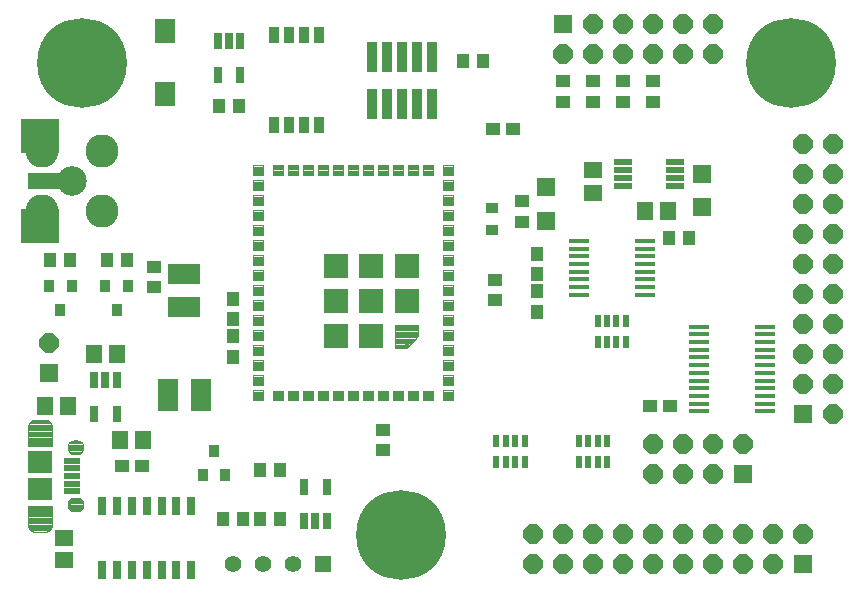
<source format=gts>
G04 Output by ViewMate Deluxe V11.12.18  PentaLogix*
G04 Wed Mar 06 15:41:31 2019*
%IPPOS*%
%FSLAX25Y25*%
%MOIN*%
%ADD21R,0.00794X0.01581*%
%ADD22R,0.05715X0.01975*%
%ADD23R,0.0788X0.07487*%
%ADD24R,0.0555X0.0555*%
%ADD25C,0.0555*%
%ADD26C,0.1103*%
%ADD27C,0.09849*%
%ADD28R,0.12874X0.11575*%
%ADD29R,0.15118X0.05512*%
%ADD30R,0.064X0.064*%
G04:---LTIenv:A031:16,0.064,0.0 *
%ADD31P,0.069273X8X22.5*%
%ADD32R,0.0355X0.03943*%
%ADD33R,0.02073X0.04337*%
%ADD34R,0.03392X0.054*%
%ADD35R,0.06699X0.08274*%
%ADD36C,0.00359*%
%ADD37R,0.07874X0.07874*%
%ADD38C,0.01581*%
%ADD39R,0.02565X0.05518*%
%ADD40R,0.02762X0.06306*%
%ADD41R,0.06699X0.01778*%
%ADD42R,0.06109X0.02172*%
%ADD43R,0.06699X0.01581*%
%ADD44C,0.29928*%
%ADD100R,0.0434X0.0473*%
%ADD101R,0.05518X0.06306*%
%ADD102R,0.05912X0.06306*%
%ADD103R,0.04731X0.04337*%
%ADD104R,0.1103X0.06699*%
%ADD105R,0.06699X0.1103*%
%ADD106R,0.06306X0.05518*%
%ADD107R,0.04337X0.0355*%
%ADD108R,0.03353X0.10243*%
%ADD109C,0.00543*%
%ADD110C,0.00394*%

%LPD*%
X0Y0D2*D36*G1X104828Y140151D2*X101598D1*Y139793D2*X104828D1*Y139435D2*X101598D1*Y139077D2*X104828D1*Y138719D2*X101598D1*Y138361D2*X104828D1*Y138003D2*X101598D1*Y137645D2*X104828D1*Y137287D2*X101598D1*X104828Y136929D2*Y140159D1*X101598*Y136929*X104828*Y135151D2*X101598D1*Y134793D2*X104828D1*Y134435D2*X101598D1*Y134077D2*X104828D1*Y133719D2*X101598D1*Y133361D2*X104828D1*Y133003D2*X101598D1*Y132645D2*X104828D1*Y132287D2*X101598D1*X104828Y131929D2*Y135159D1*X101598*Y131929*X104828*Y130151D2*X101598D1*Y129793D2*X104828D1*Y129435D2*X101598D1*Y129077D2*X104828D1*Y128719D2*X101598D1*Y128361D2*X104828D1*Y128003D2*X101598D1*Y127645D2*X104828D1*Y127287D2*X101598D1*X104828Y126929D2*Y130159D1*X101598*Y126929*X104828*Y125151D2*X101598D1*Y124793D2*X104828D1*Y124435D2*X101598D1*Y124077D2*X104828D1*Y123719D2*X101598D1*Y123361D2*X104828D1*Y123003D2*X101598D1*Y122645D2*X104828D1*Y122287D2*X101598D1*X104828Y121929D2*Y125159D1*X101598*Y121929*X104828*Y120151D2*X101598D1*Y119793D2*X104828D1*Y119435D2*X101598D1*Y119077D2*X104828D1*Y118719D2*X101598D1*Y118361D2*X104828D1*Y118003D2*X101598D1*Y117645D2*X104828D1*Y117287D2*X101598D1*X104828Y116929D2*Y120159D1*X101598*Y116929*X104828*Y115151D2*X101598D1*Y114793D2*X104828D1*Y114435D2*X101598D1*Y114077D2*X104828D1*Y113719D2*X101598D1*Y113361D2*X104828D1*Y113003D2*X101598D1*Y112645D2*X104828D1*Y112287D2*X101598D1*X104828Y111929D2*Y115159D1*X101598*Y111929*X104828*Y110151D2*X101598D1*Y109793D2*X104828D1*Y109435D2*X101598D1*Y109077D2*X104828D1*Y108719D2*X101598D1*Y108361D2*X104828D1*Y108003D2*X101598D1*Y107645D2*X104828D1*Y107287D2*X101598D1*X104828Y106929D2*Y110159D1*X101598*Y106929*X104828*Y105151D2*X101598D1*Y104793D2*X104828D1*Y104435D2*X101598D1*Y104077D2*X104828D1*Y103719D2*X101598D1*Y103361D2*X104828D1*Y103003D2*X101598D1*Y102645D2*X104828D1*Y102287D2*X101598D1*X104828Y101929D2*Y105159D1*X101598*Y101929*X104828*Y100151D2*X101598D1*Y99793D2*X104828D1*Y99435D2*X101598D1*Y99077D2*X104828D1*Y98719D2*X101598D1*Y98361D2*X104828D1*Y98003D2*X101598D1*Y97645D2*X104828D1*Y97287D2*X101598D1*X104828Y96929D2*Y100159D1*X101598*Y96929*X104828*Y95151D2*X101598D1*Y94793D2*X104828D1*Y94435D2*X101598D1*Y94077D2*X104828D1*Y93719D2*X101598D1*Y93361D2*X104828D1*Y93003D2*X101598D1*Y92645D2*X104828D1*Y92287D2*X101598D1*X104828Y91929D2*Y95159D1*X101598*Y91929*X104828*Y90151D2*X101598D1*Y89793D2*X104828D1*Y89435D2*X101598D1*Y89077D2*X104828D1*Y88719D2*X101598D1*Y88361D2*X104828D1*Y88003D2*X101598D1*Y87645D2*X104828D1*Y87287D2*X101598D1*X104828Y86929D2*Y90159D1*X101598*Y86929*X104828*Y85151D2*X101598D1*Y84793D2*X104828D1*Y84435D2*X101598D1*Y84077D2*X104828D1*Y83719D2*X101598D1*Y83361D2*X104828D1*Y83003D2*X101598D1*Y82645D2*X104828D1*Y82287D2*X101598D1*X104828Y81929D2*Y85159D1*X101598*Y81929*X104828*Y80151D2*X101598D1*Y79793D2*X104828D1*Y79435D2*X101598D1*Y79077D2*X104828D1*Y78719D2*X101598D1*Y78361D2*X104828D1*Y78003D2*X101598D1*Y77645D2*X104828D1*Y77287D2*X101598D1*X104828Y76929D2*Y80159D1*X101598*Y76929*X104828*Y75151D2*X101598D1*Y74793D2*X104828D1*Y74435D2*X101598D1*Y74077D2*X104828D1*Y73719D2*X101598D1*Y73361D2*X104828D1*Y73003D2*X101598D1*Y72645D2*X104828D1*Y72287D2*X101598D1*X104828Y71929D2*Y75159D1*X101598*Y71929*X104828*Y70151D2*X101598D1*Y69793D2*X104828D1*Y69435D2*X101598D1*Y69077D2*X104828D1*Y68719D2*X101598D1*Y68361D2*X104828D1*Y68003D2*X101598D1*Y67645D2*X104828D1*Y67287D2*X101598D1*X104828Y66929D2*Y70159D1*X101598*Y66929*X104828*X111521Y70053D2*X108291D1*Y69695D2*X111521D1*Y69337D2*X108291D1*Y68979D2*X111521D1*Y68621D2*X108291D1*Y68263D2*X111521D1*Y67905D2*X108291D1*Y67547D2*X111521D1*Y67189D2*X108291D1*X111521Y66831D2*Y70061D1*X108291*Y66831*X111521*X116521Y70053D2*X113291D1*Y69695D2*X116521D1*Y69337D2*X113291D1*Y68979D2*X116521D1*Y68621D2*X113291D1*Y68263D2*X116521D1*Y67905D2*X113291D1*Y67547D2*X116521D1*Y67189D2*X113291D1*X116521Y66831D2*Y70061D1*X113291*Y66831*X116521*X121521Y70053D2*X118291D1*Y69695D2*X121521D1*Y69337D2*X118291D1*Y68979D2*X121521D1*Y68621D2*X118291D1*Y68263D2*X121521D1*Y67905D2*X118291D1*Y67547D2*X121521D1*Y67189D2*X118291D1*X121521Y66831D2*Y70061D1*X118291*Y66831*X121521*X126521Y70053D2*X123291D1*Y69695D2*X126521D1*Y69337D2*X123291D1*Y68979D2*X126521D1*Y68621D2*X123291D1*Y68263D2*X126521D1*Y67905D2*X123291D1*Y67547D2*X126521D1*Y67189D2*X123291D1*X126521Y66831D2*Y70061D1*X123291*Y66831*X126521*X131521Y70053D2*X128291D1*Y69695D2*X131521D1*Y69337D2*X128291D1*Y68979D2*X131521D1*Y68621D2*X128291D1*Y68263D2*X131521D1*Y67905D2*X128291D1*Y67547D2*X131521D1*Y67189D2*X128291D1*X131521Y66831D2*Y70061D1*X128291*Y66831*X131521*X136521Y70053D2*X133291D1*Y69695D2*X136521D1*Y69337D2*X133291D1*Y68979D2*X136521D1*Y68621D2*X133291D1*Y68263D2*X136521D1*Y67905D2*X133291D1*Y67547D2*X136521D1*Y67189D2*X133291D1*X136521Y66831D2*Y70061D1*X133291*Y66831*X136521*X141521Y70053D2*X138291D1*Y69695D2*X141521D1*Y69337D2*X138291D1*Y68979D2*X141521D1*Y68621D2*X138291D1*Y68263D2*X141521D1*Y67905D2*X138291D1*Y67547D2*X141521D1*Y67189D2*X138291D1*X141521Y66831D2*Y70061D1*X138291*Y66831*X141521*X146521Y70053D2*X143291D1*Y69695D2*X146521D1*Y69337D2*X143291D1*Y68979D2*X146521D1*Y68621D2*X143291D1*Y68263D2*X146521D1*Y67905D2*X143291D1*Y67547D2*X146521D1*Y67189D2*X143291D1*X146521Y66831D2*Y70061D1*X143291*Y66831*X146521*X151521Y70053D2*X148291D1*Y69695D2*X151521D1*Y69337D2*X148291D1*Y68979D2*X151521D1*Y68621D2*X148291D1*Y68263D2*X151521D1*Y67905D2*X148291D1*Y67547D2*X151521D1*Y67189D2*X148291D1*X151521Y66831D2*Y70061D1*X148291*Y66831*X151521*X156521Y70053D2*X153291D1*Y69695D2*X156521D1*Y69337D2*X153291D1*Y68979D2*X156521D1*Y68621D2*X153291D1*Y68263D2*X156521D1*Y67905D2*X153291D1*Y67547D2*X156521D1*Y67189D2*X153291D1*X156521Y66831D2*Y70061D1*X153291*Y66831*X156521*X161521Y70053D2*X158291D1*Y69695D2*X161521D1*Y69337D2*X158291D1*Y68979D2*X161521D1*Y68621D2*X158291D1*Y68263D2*X161521D1*Y67905D2*X158291D1*Y67547D2*X161521D1*Y67189D2*X158291D1*X161521Y66831D2*Y70061D1*X158291*Y66831*X161521*X164984Y70151D2*X168214D1*Y69793D2*X164984D1*Y69435D2*X168214D1*Y69077D2*X164984D1*Y68719D2*X168214D1*Y68361D2*X164984D1*Y68003D2*X168214D1*Y67645D2*X164984D1*Y67287D2*X168214D1*X164984Y70159D2*Y66929D1*X168214*Y70159*X164984*Y75151D2*X168214D1*Y74793D2*X164984D1*Y74435D2*X168214D1*Y74077D2*X164984D1*Y73719D2*X168214D1*Y73361D2*X164984D1*Y73003D2*X168214D1*Y72645D2*X164984D1*Y72287D2*X168214D1*X164984Y75159D2*Y71929D1*X168214*Y75159*X164984*Y80151D2*X168214D1*Y79793D2*X164984D1*Y79435D2*X168214D1*Y79077D2*X164984D1*Y78719D2*X168214D1*Y78361D2*X164984D1*Y78003D2*X168214D1*Y77645D2*X164984D1*Y77287D2*X168214D1*X164984Y80159D2*Y76929D1*X168214*Y80159*X164984*Y85151D2*X168214D1*Y84793D2*X164984D1*Y84435D2*X168214D1*Y84077D2*X164984D1*Y83719D2*X168214D1*Y83361D2*X164984D1*Y83003D2*X168214D1*Y82645D2*X164984D1*Y82287D2*X168214D1*X164984Y85159D2*Y81929D1*X168214*Y85159*X164984*Y90151D2*X168214D1*Y89793D2*X164984D1*Y89435D2*X168214D1*Y89077D2*X164984D1*Y88719D2*X168214D1*Y88361D2*X164984D1*Y88003D2*X168214D1*Y87645D2*X164984D1*Y87287D2*X168214D1*X164984Y90159D2*Y86929D1*X168214*Y90159*X164984*Y95151D2*X168214D1*Y94793D2*X164984D1*Y94435D2*X168214D1*Y94077D2*X164984D1*Y93719D2*X168214D1*Y93361D2*X164984D1*Y93003D2*X168214D1*Y92645D2*X164984D1*Y92287D2*X168214D1*X164984Y95159D2*Y91929D1*X168214*Y95159*X164984*Y100151D2*X168214D1*Y99793D2*X164984D1*Y99435D2*X168214D1*Y99077D2*X164984D1*Y98719D2*X168214D1*Y98361D2*X164984D1*Y98003D2*X168214D1*Y97645D2*X164984D1*Y97287D2*X168214D1*X164984Y100159D2*Y96929D1*X168214*Y100159*X164984*Y105151D2*X168214D1*Y104793D2*X164984D1*Y104435D2*X168214D1*Y104077D2*X164984D1*Y103719D2*X168214D1*Y103361D2*X164984D1*Y103003D2*X168214D1*Y102645D2*X164984D1*Y102287D2*X168214D1*X164984Y105159D2*Y101929D1*X168214*Y105159*X164984*Y110151D2*X168214D1*Y109793D2*X164984D1*Y109435D2*X168214D1*Y109077D2*X164984D1*Y108719D2*X168214D1*Y108361D2*X164984D1*Y108003D2*X168214D1*Y107645D2*X164984D1*Y107287D2*X168214D1*X164984Y110159D2*Y106929D1*X168214*Y110159*X164984*Y115151D2*X168214D1*Y114793D2*X164984D1*Y114435D2*X168214D1*Y114077D2*X164984D1*Y113719D2*X168214D1*Y113361D2*X164984D1*Y113003D2*X168214D1*Y112645D2*X164984D1*Y112287D2*X168214D1*X164984Y115159D2*Y111929D1*X168214*Y115159*X164984*Y120151D2*X168214D1*Y119793D2*X164984D1*Y119435D2*X168214D1*Y119077D2*X164984D1*Y118719D2*X168214D1*Y118361D2*X164984D1*Y118003D2*X168214D1*Y117645D2*X164984D1*Y117287D2*X168214D1*X164984Y120159D2*Y116929D1*X168214*Y120159*X164984*Y125151D2*X168214D1*Y124793D2*X164984D1*Y124435D2*X168214D1*Y124077D2*X164984D1*Y123719D2*X168214D1*Y123361D2*X164984D1*Y123003D2*X168214D1*Y122645D2*X164984D1*Y122287D2*X168214D1*X164984Y125159D2*Y121929D1*X168214*Y125159*X164984*Y130151D2*X168214D1*Y129793D2*X164984D1*Y129435D2*X168214D1*Y129077D2*X164984D1*Y128719D2*X168214D1*Y128361D2*X164984D1*Y128003D2*X168214D1*Y127645D2*X164984D1*Y127287D2*X168214D1*X164984Y130159D2*Y126929D1*X168214*Y130159*X164984*Y135151D2*X168214D1*Y134793D2*X164984D1*Y134435D2*X168214D1*Y134077D2*X164984D1*Y133719D2*X168214D1*Y133361D2*X164984D1*Y133003D2*X168214D1*Y132645D2*X164984D1*Y132287D2*X168214D1*X164984Y135159D2*Y131929D1*X168214*Y135159*X164984*Y140151D2*X168214D1*Y139793D2*X164984D1*Y139435D2*X168214D1*Y139077D2*X164984D1*Y138719D2*X168214D1*Y138361D2*X164984D1*Y138003D2*X168214D1*Y137645D2*X164984D1*Y137287D2*X168214D1*X164984Y140159D2*Y136929D1*X168214*Y140159*X164984*Y145151D2*X168214D1*Y144793D2*X164984D1*Y144435D2*X168214D1*Y144077D2*X164984D1*Y143719D2*X168214D1*Y143361D2*X164984D1*Y143003D2*X168214D1*Y142645D2*X164984D1*Y142287D2*X168214D1*X164984Y145159D2*Y141929D1*X168214*Y145159*X164984*X158291Y145250D2*X161521D1*Y144892D2*X158291D1*Y144534D2*X161521D1*Y144176D2*X158291D1*Y143818D2*X161521D1*Y143460D2*X158291D1*Y143102D2*X161521D1*Y142744D2*X158291D1*Y142386D2*X161521D1*X158291Y145258D2*Y142028D1*X161521*Y145258*X158291*X153291Y145250D2*X156521D1*Y144892D2*X153291D1*Y144534D2*X156521D1*Y144176D2*X153291D1*Y143818D2*X156521D1*Y143460D2*X153291D1*Y143102D2*X156521D1*Y142744D2*X153291D1*Y142386D2*X156521D1*X153291Y145258D2*Y142028D1*X156521*Y145258*X153291*X148291Y145250D2*X151521D1*Y144892D2*X148291D1*Y144534D2*X151521D1*Y144176D2*X148291D1*Y143818D2*X151521D1*Y143460D2*X148291D1*Y143102D2*X151521D1*Y142744D2*X148291D1*Y142386D2*X151521D1*X148291Y145258D2*Y142028D1*X151521*Y145258*X148291*X143291Y145250D2*X146521D1*Y144892D2*X143291D1*Y144534D2*X146521D1*Y144176D2*X143291D1*Y143818D2*X146521D1*Y143460D2*X143291D1*Y143102D2*X146521D1*Y142744D2*X143291D1*Y142386D2*X146521D1*X143291Y145258D2*Y142028D1*X146521*Y145258*X143291*X138291Y145250D2*X141521D1*Y144892D2*X138291D1*Y144534D2*X141521D1*Y144176D2*X138291D1*Y143818D2*X141521D1*Y143460D2*X138291D1*Y143102D2*X141521D1*Y142744D2*X138291D1*Y142386D2*X141521D1*X138291Y145258D2*Y142028D1*X141521*Y145258*X138291*X133291Y145250D2*X136521D1*Y144892D2*X133291D1*Y144534D2*X136521D1*Y144176D2*X133291D1*Y143818D2*X136521D1*Y143460D2*X133291D1*Y143102D2*X136521D1*Y142744D2*X133291D1*Y142386D2*X136521D1*X133291Y145258D2*Y142028D1*X136521*Y145258*X133291*X128291Y145250D2*X131521D1*Y144892D2*X128291D1*Y144534D2*X131521D1*Y144176D2*X128291D1*Y143818D2*X131521D1*Y143460D2*X128291D1*Y143102D2*X131521D1*Y142744D2*X128291D1*Y142386D2*X131521D1*X128291Y145258D2*Y142028D1*X131521*Y145258*X128291*X123291Y145250D2*X126521D1*Y144892D2*X123291D1*Y144534D2*X126521D1*Y144176D2*X123291D1*Y143818D2*X126521D1*Y143460D2*X123291D1*Y143102D2*X126521D1*Y142744D2*X123291D1*Y142386D2*X126521D1*X123291Y145258D2*Y142028D1*X126521*Y145258*X123291*X118291Y145250D2*X121521D1*Y144892D2*X118291D1*Y144534D2*X121521D1*Y144176D2*X118291D1*Y143818D2*X121521D1*Y143460D2*X118291D1*Y143102D2*X121521D1*Y142744D2*X118291D1*Y142386D2*X121521D1*X118291Y145258D2*Y142028D1*X121521*Y145258*X118291*X113291Y145250D2*X116521D1*Y144892D2*X113291D1*Y144534D2*X116521D1*Y144176D2*X113291D1*Y143818D2*X116521D1*Y143460D2*X113291D1*Y143102D2*X116521D1*Y142744D2*X113291D1*Y142386D2*X116521D1*X113291Y145258D2*Y142028D1*X116521*Y145258*X113291*X108291Y145250D2*X111521D1*Y144892D2*X108291D1*Y144534D2*X111521D1*Y144176D2*X108291D1*Y143818D2*X111521D1*Y143460D2*X108291D1*Y143102D2*X111521D1*Y142744D2*X108291D1*Y142386D2*X111521D1*X108291Y145258D2*Y142028D1*X111521*Y145258*X108291*X104828Y145151D2*X101598D1*Y144793D2*X104828D1*Y144435D2*X101598D1*Y144077D2*X104828D1*Y143719D2*X101598D1*Y143361D2*X104828D1*Y143003D2*X101598D1*Y142645D2*X104828D1*Y142287D2*X101598D1*X104828Y141929D2*Y145159D1*X101598*Y141929*X104828*D109*X34284Y31422D2*X26946D1*Y30880D2*X34284D1*Y30338D2*X26946D1*X34284Y31426D2*X26946D1*Y29796*X34284*Y31426*X26946Y53528D2*X34284D1*Y52986D2*X26946D1*Y52444D2*X34284D1*X26946Y51902D2*X34284D1*Y53532*X26946*Y51902*D110*X156756Y91718D2*X148882D1*Y91326D2*X156756D1*Y90934D2*X148882D1*Y90542D2*X156756D1*Y90150D2*X148882D1*Y89757D2*X156756D1*Y89365D2*X148882D1*Y88973D2*X156756D1*Y88581D2*X148882D1*Y88189D2*X156756D1*X156422Y87796D2*X148882D1*Y87404D2*X156030D1*X155638Y87012D2*X148882D1*Y86620D2*X155245D1*X154853Y86227D2*X148882D1*Y85835D2*X154461D1*X154069Y85443D2*X148882D1*Y85051D2*X153677D1*X153284Y84659D2*X148882D1*Y84266D2*X152892D1*X148882Y84194D2*Y92068D1*X156756*Y88131*X152819Y84194*X148882*X34552Y51713D2*X26678D1*Y52105D2*X34552D1*Y52497D2*X26678D1*Y52889D2*X34552D1*X32428Y60341D2*X28802D1*X27706Y59949D2*X33523D1*X33955Y59557D2*X27274D1*X26995Y59165D2*X34234D1*X34413Y58773D2*X26817D1*X26715Y58380D2*X34514D1*X26678Y58003D2*Y51704D1*X34552*Y58003*X34506Y58464*X34372Y58907*X34154Y59315*X33860Y59673*X33502Y59967*X33093Y60185*X32650Y60320*X32189Y60365*X29040*X28579Y60320*X28136Y60185*X27728Y59967*X27370Y59673*X27076Y59315*X26857Y58907*X26723Y58464*X26678Y58003*X34552Y57988D2*X26678D1*Y57596D2*X34552D1*Y57204D2*X26678D1*Y56812D2*X34552D1*Y56419D2*X26678D1*Y56027D2*X34552D1*Y55635D2*X26678D1*Y55243D2*X34552D1*Y54851D2*X26678D1*Y54458D2*X34552D1*Y54066D2*X26678D1*Y53674D2*X34552D1*Y53282D2*X26678D1*X41051D2*X43800D1*X44390Y52889D2*X40462D1*X40125Y52497D2*X44727D1*X44929Y52105D2*X39923D1*X39808Y51713D2*X45043D1*X45082Y51321D2*X39769D1*X39786Y50928D2*X45065D1*X44995Y50536D2*X39857D1*X40008Y50144D2*X44843D1*X44588Y49752D2*X40263D1*X40673Y49360D2*X44178D1*X43118Y48967D2*X41734D1*X42918Y48948D2*X43340Y48989D1*X43746Y49112*X44121Y49313*X44449Y49582*X44718Y49910*X44918Y50284*X45042Y50691*X45083Y51113*Y51310*X45042Y51732*X44918Y52138*X44718Y52513*X44449Y52841*X44121Y53110*X43746Y53310*X43340Y53434*X42918Y53475*X41934*X41511Y53434*X41105Y53310*X40731Y53110*X40402Y52841*X40133Y52513*X39933Y52138*X39810Y51732*X39768Y51310*Y51113*X39810Y50691*X39933Y50284*X40133Y49910*X40402Y49582*X40731Y49313*X41105Y49112*X41511Y48989*X41934Y48948*X42918*X40874Y30141D2*X43977D1*X44487Y30533D2*X40365D1*X40819Y34063D2*X44032D1*X44511Y33671D2*X40341D1*X40059Y33279D2*X44793D1*X44966Y32887D2*X39885D1*X39796Y32494D2*X45056D1*X45083Y32102D2*X39768D1*X39799Y31710D2*X45053D1*X44957Y31318D2*X39894D1*X40074Y30926D2*X44777D1*X40133Y30816D2*X40402Y30487D1*X40731Y30218*X41105Y30018*X41511Y29895*X41934Y29853*X42918*X43340Y29895*X43746Y30018*X44121Y30218*X44449Y30487*X44718Y30816*X44918Y31190*X45042Y31596*X45083Y32019*Y32215*X45042Y32638*X44918Y33044*X44718Y33418*X44449Y33746*X44121Y34016*X43746Y34216*X43340Y34339*X42918Y34381*X41934*X41511Y34339*X41105Y34216*X40731Y34016*X40402Y33746*X40133Y33418*X39933Y33044*X39810Y32638*X39768Y32215*Y32019*X39810Y31596*X39933Y31190*X40133Y30816*X32890Y23081D2*X28340D1*X27591Y23474D2*X33638D1*X34552Y31318D2*X26678D1*Y30926D2*X34552D1*Y30533D2*X26678D1*Y30141D2*X34552D1*Y29749D2*X26678D1*Y29357D2*X34552D1*Y28965D2*X26678D1*Y28572D2*X34552D1*Y28180D2*X26678D1*Y27788D2*X34552D1*Y27396D2*X26678D1*Y27003D2*X34552D1*Y26611D2*X26678D1*Y26219D2*X34552D1*Y25827D2*X26678D1*Y25435D2*X34552D1*X34524Y25042D2*X26706D1*X26788Y24650D2*X34441D1*X34284Y24258D2*X26945D1*X27197Y23866D2*X34033D1*X27076Y24013D2*X26857Y24422D1*X26723Y24865*X26678Y25326*Y31625*X34552*Y25326*X34506Y24865*X34372Y24422*X34154Y24013*X33860Y23655*X33502Y23361*X33093Y23143*X32650Y23009*X32189Y22963*X29040*X28579Y23009*X28136Y23143*X27728Y23361*X27370Y23655*X27076Y24013*D21*X40457Y32117D3*Y51211D3*D22*X41146Y46782D3*Y44223D3*Y41664D3*Y39105D3*Y36546D3*D23*X30615Y37137D3*Y46192D3*D24*X124906Y12294D3*D25*X94906Y12294D3*X104906D3*X114906D3*D26*X51205Y150089D3*X31205D3*Y130089D3*X51205D3*D27*X41205Y140089D3*D28*X30556Y155089D3*Y125089D3*D29*X34040Y140089D3*D30*X284906Y12294D3*X264906Y42294D3*X284906Y62294D3*X204906Y192294D3*X33656Y76044D3*D31*X33656Y86044D3*X254906Y192294D3*X244906D3*X234906D3*X224906D3*X214906D3*X204906Y182294D3*X214906D3*X224906D3*X234906D3*X244906D3*X254906D3*X294906Y152294D3*X284906D3*Y142294D3*X294906D3*Y132294D3*X284906D3*Y122294D3*X294906D3*Y112294D3*X284906D3*Y102294D3*X294906D3*Y92294D3*X284906D3*Y82294D3*X294906D3*Y62294D3*Y72294D3*X284906D3*X264906Y52294D3*X254906D3*X244906D3*X234906D3*Y42294D3*X244906D3*X254906D3*X284906Y22294D3*X274906D3*X264906D3*X254906D3*X244906D3*X234906D3*X224906D3*X214906D3*X204906D3*X194906D3*Y12294D3*X204906D3*X214906D3*X224906D3*X234906D3*X244906D3*X254906D3*X264906D3*X274906D3*D32*X92396Y42107D3*X84916D3*X88656Y49981D3*X56156Y97107D3*X59896Y104981D3*X52416D3*X41146D3*X33666D3*X37406Y97107D3*D33*X216432Y93141D3*X219581D3*X222731D3*X225880D3*Y86448D3*X222731D3*X219581D3*X216432D3*X210182Y46448D3*X213331D3*X216481D3*X219630D3*Y53141D3*X216481D3*X213331D3*X210182D3*X182682D3*X185831D3*X188981D3*X192130D3*Y46448D3*X188981D3*X185831D3*X182682D3*D34*X123656Y188485D3*X118656D3*X113656D3*X108656D3*Y158603D3*X113656D3*X118656D3*X123656D3*D35*X72150Y168830D3*Y190089D3*D37*X141008Y88131D3*X129197D3*Y99942D3*X141008D3*X152819D3*Y111753D3*X141008D3*X129197D3*D38*X162701Y21979D3*X156796Y11750D3*X144985D3*X139079Y21979D3*X144985Y32208D3*X156796D3*X274906Y189688D3*X286717D3*X292623Y179459D3*X286717Y169231D3*X274906D3*X269001Y179459D3*X56402D3*X50497Y189688D3*X38686D3*X32780Y179459D3*X38686Y169231D3*X50497D3*X152819Y109194D3*X155378Y111753D3*X152819Y114312D3*X150260Y111753D3*X141008Y109194D3*X143567Y111753D3*X141008Y114312D3*X138449Y111753D3*X131756D3*X129197Y114312D3*X126638Y111753D3*X129197Y109194D3*X131756Y99942D3*X129197Y102501D3*X126638Y99942D3*X129197Y97383D3*Y90690D3*X126638Y88131D3*X129197Y85572D3*X131756Y88131D3*X155378D3*X152819Y85572D3*X150260Y88131D3*X152819Y90690D3*Y97383D3*X155378Y99942D3*X152819Y102501D3*X150260Y99942D3*X143567D3*X141008Y102501D3*X138449Y99942D3*X141008Y97383D3*Y90690D3*X143567Y88131D3*X141008Y85572D3*X138449Y88131D3*D39*X89916Y186753D3*X93656D3*X97396D3*Y175335D3*X89916D3*X56146Y73628D3*X52406D3*X48666D3*Y62210D3*X56146D3*X126146Y38003D3*X118666D3*Y26585D3*X122406D3*X126146D3*D40*X81038Y10414D3*X76077D3*X71117D3*X66156D3*X61195D3*X56235D3*X51274D3*Y31674D3*X56235D3*X61195D3*X66156D3*X71117D3*X76077D3*X81038D3*D41*X232180Y102087D3*Y104646D3*Y107206D3*Y109765D3*Y112324D3*Y114883D3*Y117442D3*Y120001D3*X210132D3*Y117442D3*Y114883D3*Y112324D3*Y109765D3*Y107206D3*Y104646D3*Y102087D3*D42*X242317Y138456D3*Y141015D3*Y143574D3*Y146133D3*X224995D3*Y143574D3*Y141015D3*Y138456D3*D43*X272180Y91369D3*Y88810D3*Y86251D3*Y83692D3*Y81133D3*Y78574D3*Y76015D3*Y73456D3*Y70896D3*Y68337D3*Y65778D3*Y63219D3*X250132D3*Y65778D3*Y68337D3*Y70896D3*Y73456D3*Y76015D3*Y78574D3*Y81133D3*Y83692D3*Y86251D3*Y88810D3*Y91369D3*D44*X280812Y179459D3*X44591D3*X150890Y21979D3*D100*X196156Y96448D3*Y103141D3*Y108948D3*Y115641D3*X247002Y121044D3*X240310D3*X178252Y179794D3*X171560D3*X97002Y164794D3*X90310D3*X34060Y113544D3*X40752D3*X52810D3*X59502D3*X94906Y100641D3*Y93948D3*Y88141D3*Y81448D3*X104060Y43544D3*X110752D3*Y27294D3*X104060D3*X98252D3*X91560D3*D101*X56146Y82294D3*X48666D3*X32416Y64794D3*X39896D3*X57416Y53544D3*X64896D3*X239896Y129794D3*X232416D3*D102*X251156Y131157D3*Y142181D3*X199281Y137806D3*Y126782D3*D103*X68656Y111266D3*Y104573D3*X57810Y44794D3*X64502D3*X144906Y50198D3*Y56891D3*X240752Y64794D3*X234060D3*X182406Y100198D3*Y106891D3*X191156Y126448D3*Y133141D3*X181560Y157294D3*X188252D3*X204906Y166448D3*Y173141D3*X214906D3*Y166448D3*X224906D3*Y173141D3*X234906D3*Y166448D3*D104*X78656Y98032D3*Y109056D3*D105*X84168Y68544D3*X73144D3*D106*X214906Y143534D3*Y136054D3*X38656Y13554D3*Y21034D3*D107*X181156Y123751D3*Y130837D3*D108*X161156Y181418D3*X156156D3*X151156D3*X146156D3*X141156D3*Y165670D3*X146156D3*X151156D3*X156156D3*X161156D3*X0Y0D2*M02*
</source>
